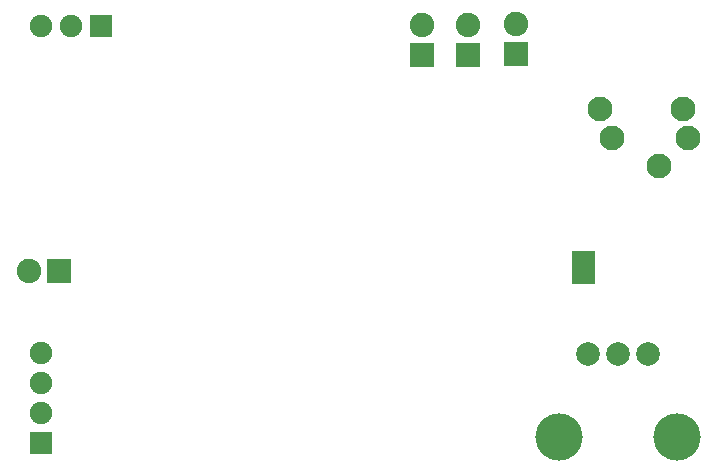
<source format=gbr>
G04 #@! TF.FileFunction,Soldermask,Bot*
%FSLAX46Y46*%
G04 Gerber Fmt 4.6, Leading zero omitted, Abs format (unit mm)*
G04 Created by KiCad (PCBNEW 4.0.0-rc1-stable) date 26.11.2015 17:24:08*
%MOMM*%
G01*
G04 APERTURE LIST*
%ADD10C,0.100000*%
%ADD11R,1.200000X1.200000*%
%ADD12C,4.000000*%
%ADD13C,2.000000*%
%ADD14C,2.099260*%
%ADD15R,1.900000X1.900000*%
%ADD16C,1.900000*%
%ADD17R,2.076400X2.076400*%
%ADD18C,2.076400*%
G04 APERTURE END LIST*
D10*
D11*
X155900000Y-101150000D03*
X155100000Y-101150000D03*
X155900000Y-101950000D03*
X155100000Y-101950000D03*
X155900000Y-100350000D03*
X155100000Y-100350000D03*
D12*
X163400000Y-115550000D03*
X153400000Y-115550000D03*
D13*
X160900000Y-108550000D03*
X158400000Y-108550000D03*
X155900000Y-108550000D03*
D14*
X164299140Y-90200000D03*
X163900360Y-87799700D03*
X161898840Y-92600300D03*
X156900120Y-87799700D03*
X157900880Y-90200000D03*
D15*
X109537800Y-116006000D03*
D16*
X109537800Y-113466000D03*
X109537800Y-110926000D03*
X109537800Y-108386000D03*
D15*
X114615900Y-80721500D03*
D16*
X112075900Y-80721500D03*
X109535900Y-80721500D03*
D17*
X111101800Y-101469500D03*
D18*
X108561800Y-101469500D03*
D17*
X145700000Y-83170000D03*
D18*
X145700000Y-80630000D03*
D17*
X149800000Y-83070000D03*
D18*
X149800000Y-80530000D03*
D17*
X141800000Y-83170000D03*
D18*
X141800000Y-80630000D03*
M02*

</source>
